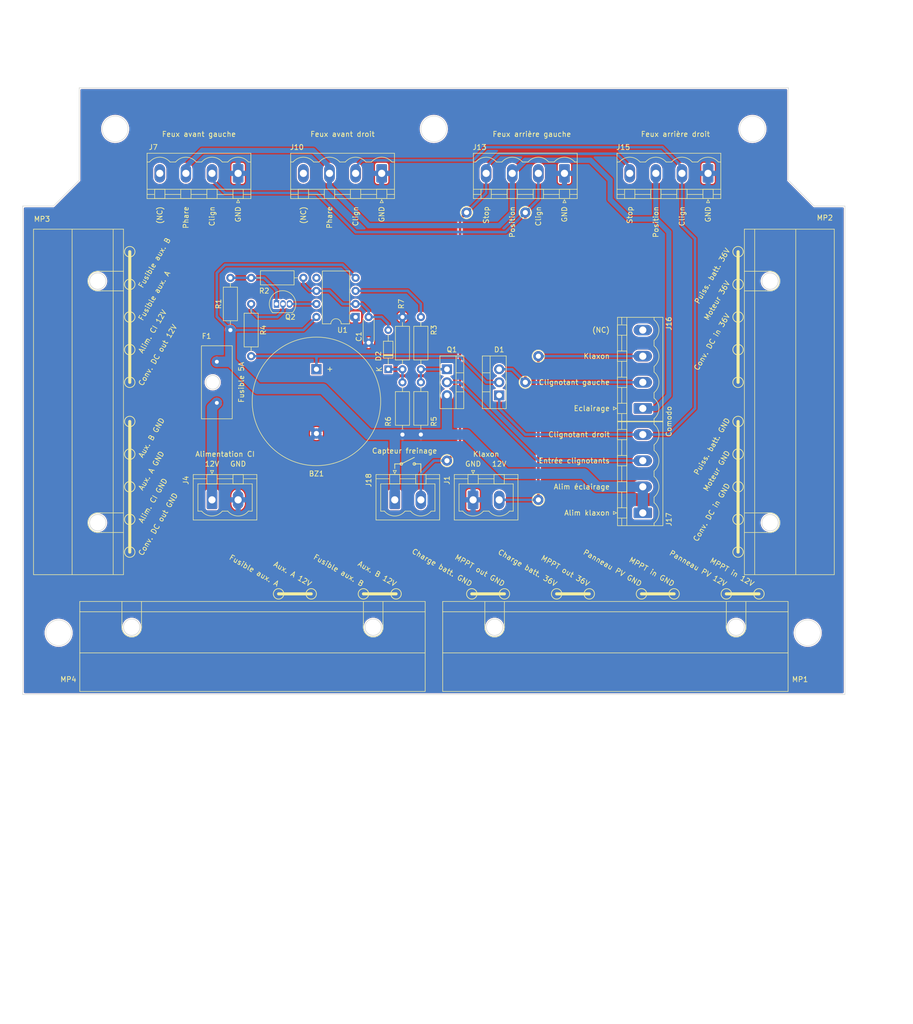
<source format=kicad_pcb>
(kicad_pcb (version 20211014) (generator pcbnew)

  (general
    (thickness 1.6)
  )

  (paper "A4")
  (layers
    (0 "F.Cu" signal)
    (31 "B.Cu" signal)
    (32 "B.Adhes" user "B.Adhesive")
    (33 "F.Adhes" user "F.Adhesive")
    (34 "B.Paste" user)
    (35 "F.Paste" user)
    (36 "B.SilkS" user "B.Silkscreen")
    (37 "F.SilkS" user "F.Silkscreen")
    (38 "B.Mask" user)
    (39 "F.Mask" user)
    (40 "Dwgs.User" user "User.Drawings")
    (41 "Cmts.User" user "User.Comments")
    (42 "Eco1.User" user "User.Eco1")
    (43 "Eco2.User" user "User.Eco2")
    (44 "Edge.Cuts" user)
    (45 "Margin" user)
    (46 "B.CrtYd" user "B.Courtyard")
    (47 "F.CrtYd" user "F.Courtyard")
    (48 "B.Fab" user)
    (49 "F.Fab" user)
    (50 "User.1" user)
    (51 "User.2" user)
    (52 "User.3" user)
    (53 "User.4" user)
    (54 "User.5" user)
    (55 "User.6" user)
    (56 "User.7" user)
    (57 "User.8" user)
    (58 "User.9" user)
  )

  (setup
    (stackup
      (layer "F.SilkS" (type "Top Silk Screen"))
      (layer "F.Paste" (type "Top Solder Paste"))
      (layer "F.Mask" (type "Top Solder Mask") (thickness 0.01))
      (layer "F.Cu" (type "copper") (thickness 0.035))
      (layer "dielectric 1" (type "core") (thickness 1.51) (material "FR4") (epsilon_r 4.5) (loss_tangent 0.02))
      (layer "B.Cu" (type "copper") (thickness 0.035))
      (layer "B.Mask" (type "Bottom Solder Mask") (thickness 0.01))
      (layer "B.Paste" (type "Bottom Solder Paste"))
      (layer "B.SilkS" (type "Bottom Silk Screen"))
      (copper_finish "None")
      (dielectric_constraints no)
    )
    (pad_to_mask_clearance 0)
    (pcbplotparams
      (layerselection 0x00010e0_ffffffff)
      (disableapertmacros false)
      (usegerberextensions false)
      (usegerberattributes true)
      (usegerberadvancedattributes true)
      (creategerberjobfile true)
      (svguseinch false)
      (svgprecision 6)
      (excludeedgelayer true)
      (plotframeref false)
      (viasonmask false)
      (mode 1)
      (useauxorigin false)
      (hpglpennumber 1)
      (hpglpenspeed 20)
      (hpglpendiameter 15.000000)
      (dxfpolygonmode true)
      (dxfimperialunits true)
      (dxfusepcbnewfont true)
      (psnegative false)
      (psa4output false)
      (plotreference true)
      (plotvalue true)
      (plotinvisibletext false)
      (sketchpadsonfab false)
      (subtractmaskfromsilk false)
      (outputformat 1)
      (mirror false)
      (drillshape 0)
      (scaleselection 1)
      (outputdirectory "")
    )
  )

  (net 0 "")
  (net 1 "GND")
  (net 2 "Net-(F1-Pad2)")
  (net 3 "Net-(D1-Pad1)")
  (net 4 "unconnected-(J7-Pad4)")
  (net 5 "unconnected-(J10-Pad4)")
  (net 6 "/Phares")
  (net 7 "Net-(J13-Pad4)")
  (net 8 "Net-(J1-Pad2)")
  (net 9 "/Flasher/Out")
  (net 10 "unconnected-(J17-Pad4)")
  (net 11 "/12V_5A")
  (net 12 "Net-(Q1-Pad1)")
  (net 13 "Net-(C1-Pad1)")
  (net 14 "Net-(D1-Pad3)")
  (net 15 "Net-(Q2-Pad1)")
  (net 16 "unconnected-(U1-Pad5)")
  (net 17 "Net-(Q2-Pad2)")
  (net 18 "/Flasher/Enable")
  (net 19 "Net-(Q2-Pad3)")
  (net 20 "Net-(R3-Pad1)")
  (net 21 "Net-(D2-Pad1)")

  (footprint "circuit:Wago_221-500_SplicingConnectorHolder" (layer "F.Cu") (at 94.615 85.09 90))

  (footprint "circuit:Buzzer_25x16_12.5" (layer "F.Cu") (at 137.16 78.74 -90))

  (footprint "circuit:Strap_D2.0mm_Drill1.0mm" (layer "F.Cu") (at 177.8 48.26))

  (footprint "circuit:Wago_221-500_SplicingConnectorHolder" (layer "F.Cu") (at 124.714 128.905 180))

  (footprint "circuit:Littelfuse_FuseHolder_FL1_178.6764.0001" (layer "F.Cu") (at 117.78 81.28 -90))

  (footprint "circuit:Generic_HeaderSocket_1x02_P5.08mm_Vertical_Open" (layer "F.Cu") (at 116.84 104.14))

  (footprint "Resistor_THT:R_Axial_DIN0207_L6.3mm_D2.5mm_P10.16mm_Horizontal" (layer "F.Cu") (at 157.48 68.58 -90))

  (footprint "circuit:Generic_HeaderSocket_1x04_P5.08mm_Vertical_Open" (layer "F.Cu") (at 185.42 40.64 180))

  (footprint "Package_DIP:DIP-8_W7.62mm" (layer "F.Cu") (at 144.78 68.58 180))

  (footprint "circuit:Strap_D2.0mm_Drill1.0mm" (layer "F.Cu") (at 177.8 81.28))

  (footprint "circuit:Strap_D2.0mm_Drill1.0mm" (layer "F.Cu") (at 180.34 104.14))

  (footprint "circuit:Generic_HeaderSocket_1x04_P5.08mm_Vertical_Open" (layer "F.Cu") (at 213.36 40.64 180))

  (footprint "Package_TO_SOT_THT:TO-220-3_Vertical" (layer "F.Cu") (at 172.72 83.82 90))

  (footprint "Package_TO_SOT_THT:TO-92L_Inline" (layer "F.Cu") (at 129.38 66.04))

  (footprint "circuit:Generic_HeaderSocket_1x04_P5.08mm_Vertical_Open" (layer "F.Cu") (at 121.92 40.64 180))

  (footprint "Resistor_THT:R_Axial_DIN0207_L6.3mm_D2.5mm_P10.16mm_Horizontal" (layer "F.Cu") (at 153.9 78.74 90))

  (footprint "circuit:Generic_HeaderSocket_1x04_P5.08mm_Vertical_Open" (layer "F.Cu") (at 200.66 106.68 90))

  (footprint "Resistor_THT:R_Axial_DIN0207_L6.3mm_D2.5mm_P10.16mm_Horizontal" (layer "F.Cu") (at 157.48 91.44 90))

  (footprint "circuit:Wago_221-500_SplicingConnectorHolder" (layer "F.Cu") (at 225.425 85.09 -90))

  (footprint "Resistor_THT:R_Axial_DIN0207_L6.3mm_D2.5mm_P10.16mm_Horizontal" (layer "F.Cu") (at 124.46 66.04 -90))

  (footprint "Resistor_THT:R_Axial_DIN0207_L6.3mm_D2.5mm_P10.16mm_Horizontal" (layer "F.Cu") (at 153.9 91.45 90))

  (footprint "circuit:Strap_D2.0mm_Drill1.0mm" (layer "F.Cu") (at 162.56 96.52))

  (footprint "Resistor_THT:R_Axial_DIN0207_L6.3mm_D2.5mm_P10.16mm_Horizontal" (layer "F.Cu") (at 120.42 71.12 90))

  (footprint "Resistor_THT:R_Axial_DIN0207_L6.3mm_D2.5mm_P10.16mm_Horizontal" (layer "F.Cu") (at 124.46 60.96))

  (footprint "circuit:Strap_D2.0mm_Drill1.0mm" (layer "F.Cu") (at 180.34 76.2))

  (footprint "Capacitor_THT:C_Disc_D4.3mm_W1.9mm_P5.00mm" (layer "F.Cu") (at 147.32 68.58 -90))

  (footprint "circuit:Strap_D2.0mm_Drill1.0mm" (layer "F.Cu") (at 166.37 48.26))

  (footprint "circuit:Generic_HeaderSocket_1x02_P5.08mm_Vertical_Open" (layer "F.Cu") (at 167.64 104.14))

  (footprint "circuit:Wago_221-500_SplicingConnectorHolder" (layer "F.Cu") (at 195.326 128.905 180))

  (footprint "circuit:Generic_HeaderSocket_1x02_P5.08mm_Vertical_Open" (layer "F.Cu") (at 152.4 104.14))

  (footprint "circuit:Generic_HeaderSocket_1x04_P5.08mm_Vertical_Open" (layer "F.Cu") (at 200.66 86.36 90))

  (footprint "Package_TO_SOT_THT:TO-220-3_Vertical" (layer "F.Cu") (at 162.56 78.74 -90))

  (footprint "circuit:Generic_HeaderSocket_1x04_P5.08mm_Vertical_Open" (layer "F.Cu") (at 149.86 40.64 180))

  (footprint "Diode_THT:D_DO-34_SOD68_P7.62mm_Horizontal" (layer "F.Cu") (at 151.13 78.74 90))

  (gr_circle (center 219.202 55.88) (end 219.202 56.896) (layer "F.SilkS") (width 0.15) (fill none) (tstamp 00cc452e-ba96-4e88-af55-18733b4ebc37))
  (gr_line (start 153.67 97.155) (end 156.21 95.885) (layer "F.SilkS") (width 0.15) (tstamp 037ebb6b-c1e3-482d-a0fb-4947fbe14174))
  (gr_circle (center 223.266 122.428) (end 224.282 122.428) (layer "F.SilkS") (width 0.15) (fill none) (tstamp 055fcf87-c6aa-4d3a-b430-5d09e34b74e5))
  (gr_circle (center 100.838 95.25) (end 100.838 96.266) (layer "F.SilkS") (width 0.15) (fill none) (tstamp 0b32eb5e-cf7d-4f91-a80b-b69cb363145f))
  (gr_circle (center 100.838 68.58) (end 100.838 69.596) (layer "F.SilkS") (width 0.15) (fill none) (tstamp 0d55e7a3-dc43-43c6-9a9a-2009d8d31a46))
  (gr_circle (center 219.202 114.3) (end 219.202 115.316) (layer "F.SilkS") (width 0.15) (fill none) (tstamp 0e0ef8f7-8f11-42c6-a45f-df3b4592f844))
  (gr_circle (center 100.838 88.9) (end 100.838 89.916) (layer "F.SilkS") (width 0.15) (fill none) (tstamp 1c60a30a-615f-448b-a49b-d8cc700366e8))
  (gr_circle (center 219.202 68.58) (end 219.202 69.596) (layer "F.SilkS") (width 0.15) (fill none) (tstamp 1eb217a3-880e-4df2-9811-286c14ac7f74))
  (gr_circle (center 100.838 62.23) (end 100.838 63.246) (layer "F.SilkS") (width 0.15) (fill none) (tstamp 21c33e54-0519-410a-b68d-8ed076ea3b1e))
  (gr_circle (center 219.202 107.95) (end 219.202 108.966) (layer "F.SilkS") (width 0.15) (fill none) (tstamp 22f715ec-100a-4c8e-ab3e-fe94307aa39f))
  (gr_line (start 152.4 97.155) (end 153.67 97.155) (layer "F.SilkS") (width 0.15) (tstamp 2665a517-cfa8-4700-85c7-f742ee9f908d))
  (gr_line (start 219.202 114.3) (end 219.202 88.9) (layer "F.SilkS") (width 0.6) (tstamp 267ab17e-424b-4c5b-bf96-65deaaa5db5d))
  (gr_line (start 167.386 122.428) (end 173.736 122.428) (layer "F.SilkS") (width 0.6) (tstamp 276e2239-1b6d-4c52-a207-9385ed3216ee))
  (gr_circle (center 200.406 122.428) (end 200.406 123.444) (layer "F.SilkS") (width 0.15) (fill none) (tstamp 30a29d66-4141-4259-8081-d6952d8bac58))
  (gr_line (start 152.4 98.044) (end 152.4 97.155) (layer "F.SilkS") (width 0.15) (tstamp 317163f5-2dcf-44f7-ad22-042c6ecaf6a0))
  (gr_circle (center 219.202 88.9) (end 219.202 89.916) (layer "F.SilkS") (width 0.15) (fill none) (tstamp 3415d0f1-a5ec-4da2-977b-59cdf177a34e))
  (gr_circle (center 153.67 97.155) (end 153.67 97.409) (layer "F.SilkS") (width 0.15) (fill none) (tstamp 3ba68855-4f8b-4d02-b57a-7a757e623ac6))
  (gr_line (start 157.48 98.806) (end 157.48 97.155) (layer "F.SilkS") (width 0.15) (tstamp 4884cbfa-0b58-4e04-88a2-8b0679a49cfe))
  (gr_circle (center 173.736 122.428) (end 174.752 122.428) (layer "F.SilkS") (width 0.15) (fill none) (tstamp 4ae8d5b6-ac5e-42d2-b8f3-c8cc021daa80))
  (gr_circle (center 100.838 74.93) (end 100.838 75.946) (layer "F.SilkS") (width 0.15) (fill none) (tstamp 51e3ee0a-facb-4db4-9532-340a50f8f1f2))
  (gr_circle (center 206.756 122.428) (end 207.772 122.428) (layer "F.SilkS") (width 0.15) (fill none) (tstamp 556aaf9d-07f6-43f6-8fc0-4e9785c941f1))
  (gr_circle (center 100.838 114.3) (end 100.838 115.316) (layer "F.SilkS") (width 0.15) (fill none) (tstamp 5bf0cce5-0f16-48e1-8027-73d52d0770a7))
  (gr_line (start 156.21 97.155) (end 157.48 97.155) (layer "F.SilkS") (width 0.15) (tstamp 64594d5f-3d87-4b12-b761-9dd43370d25f))
  (gr_line (start 100.838 114.3) (end 100.838 88.9) (layer "F.SilkS") (width 0.6) (tstamp 6880ab3e-a6aa-4a14-9152-a9eb9358d1fc))
  (gr_circle (center 152.654 122.428) (end 153.67 122.428) (layer "F.SilkS") (width 0.15) (fill none) (tstamp 6a0bff84-e9d8-41a3-aabe-ad4db7905799))
  (gr_circle (center 156.21 97.155) (end 156.21 97.409) (layer "F.SilkS") (width 0.15) (fill none) (tstamp 70832878-fccb-4304-88d0-2e6b8d58c95c))
  (gr_line (start 129.794 122.428) (end 136.144 122.428) (layer "F.SilkS") (width 0.6) (tstamp 762ff740-3b01-4bc8-872a-9874ec8e35e1))
  (gr_circle (center 219.202 74.93) (end 219.202 75.946) (layer "F.SilkS") (width 0.15) (fill none) (tstamp 82d429c8-e93d-4f0a-b38e-c4998fc025d4))
  (gr_circle (center 219.202 101.6) (end 219.202 102.616) (layer "F.SilkS") (width 0.15) (fill none) (tstamp 8c73b2a6-3a37-44e3-a20a-4d59420eda58))
  (gr_circle (center 136.144 122.428) (end 137.16 122.428) (layer "F.SilkS") (width 0.15) (fill none) (tstamp 8c76b169-ab5a-4294-b011-8cc6dbfede52))
  (gr_line (start 146.304 122.428) (end 152.654 122.428) (layer "F.SilkS") (width 0.6) (tstamp 91be0c4d-31d3-4e82-bf1f-77f12a0724d3))
  (gr_circle (center 100.838 81.28) (end 100.838 82.296) (layer "F.SilkS") (width 0.15) (fill none) (tstamp 92debe54-aa60-4d78-93c4-7bed450025c3))
  (gr_circle (center 183.896 122.428) (end 183.896 123.444) (layer "F.SilkS") (width 0.15) (fill none) (tstamp 9e269d91-7d17-4c00-b467-153271320d02))
  (gr_line (start 200.406 122.428) (end 206.756 122.428) (layer "F.SilkS") (width 0.6) (tstamp 9f5f49d5-5120-4673-b032-f8b828707780))
  (gr_circle (center 219.202 81.28) (end 219.202 82.296) (layer "F.SilkS") (width 0.15) (fill none) (tstamp ae522db0-de0e-46c6-a5db-2a3e5dc1e2c8))
  (gr_line (start 183.896 122.428) (end 190.246 122.428) (layer "F.SilkS") (width 0.6) (tstamp b9dd1e64-81b6-4cb3-a41a-714927a1f651))
  (gr_line (start 216.916 122.428) (end 223.266 122.428) (layer "F.SilkS") (width 0.6) (tstamp bd1578a3-4a14-4bd9-bd84-0de04e146746))
  (gr_line (start 219.202 81.28) (end 219.202 55.88) (layer "F.SilkS") (width 0.6) (tstamp c385224b-423f-40f8-919d-7bb5706505b4))
  (gr_circle (center 100.838 55.88) (end 100.838 56.896) (layer "F.SilkS") (width 0.15) (fill none) (tstamp c52275f8-949a-4fec-91e2-a5d4834b2abf))
  (gr_circle (center 190.246 122.428) (end 191.262 122.428) (layer "F.SilkS") (width 0.15) (fill none) (tstamp c623ebf3-b72b-47a6-99f0-44d878243028))
  (gr_circle (center 146.304 122.428) (end 146.304 123.444) (layer "F.SilkS") (width 0.15) (fill none) (tstamp d76ff1a7-35b0-4008-84bc-2c8ee966a14c))
  (gr_circle (center 219.202 95.25) (end 219.202 96.266) (layer "F.SilkS") (width 0.15) (fill none) (tstamp dd06bd11-c251-457b-b962-c3f96bc19116))
  (gr_circle (center 100.838 107.95) (end 100.838 108.966) (layer "F.SilkS") (width 0.15) (fill none) (tstamp e0a52752-2d8f-477c-9516-b9400a50c85b))
  (gr_line (start 100.838 81.28) (end 100.838 55.88) (layer "F.SilkS") (width 0.6) (tstamp e16a7896-6132-41a2-88b1-6a30824e02f1))
  (gr_circle (center 219.202 62.23) (end 219.202 63.246) (layer "F.SilkS") (width 0.15) (fill none) (tstamp e613b6cd-fa9d-4fee-b77c-739df61b24e7))
  (gr_circle (center 129.794 122.428) (end 129.794 123.444) (layer "F.SilkS") (width 0.15) (fill none) (tstamp ec541a50-51a5-45b4-bd93-6dc3c5da4675))
  (gr_circle (center 167.386 122.428) (end 167.386 123.444) (layer "F.SilkS") (width 0.15) (fill none) (tstamp f896295d-a092-487a-b396-fb2265acf685))
  (gr_circle (center 216.916 122.428) (end 216.916 123.444) (layer "F.SilkS") (width 0.15) (fill none) (tstamp f96da55c-37fd-441a-97cf-2faa4effb06f))
  (gr_circle (center 100.838 101.6) (end 100.838 102.616) (layer "F.SilkS") (width 0.15) (fill none) (tstamp ff786ef8-333e-498b-b6d9-09fa2cc3b86f))
  (gr_line (start 80 142) (end 240 142) (layer "Edge.Cuts") (width 0.1) (tstamp 0653d88d-1431-47ec-b679-ea373d096b5c))
  (gr_line (start 91 42) (end 86 47) (layer "Edge.Cuts") (width 0.1) (tstamp 20031590-d6a9-4d4d-aeb2-12d6c03d848d))
  (gr_line (start 80 47) (end 80 142) (layer "Edge.Cuts") (width 0.1) (tstamp 309b270e-f689-4205-9d34-2966e857793a))
  (gr_circle (center 87 130) (end 89.5 130) (layer "Edge.Cuts") (width 0.1) (fill none) (tstamp 43cf023a-673f-4b08-b14a-43b91729bb37))
  (gr_line (start 86 47) (end 80 47) (layer "Edge.Cuts") (width 0.1) (tstamp 67fc2518-2259-460f-b3b5-dc49255b47ce))
  (gr_circle (center 222 32) (end 224.5 32) (layer "Edge.Cuts") (width 0.1) (fill none) (tstamp 7c84e804-2669-48e9-8498-0ddf9cef9af0))
  (gr_line (start 240 142) (end 240 47) (layer "Edge.Cuts") (width 0.1) (tstamp 835448c7-ec80-4766-a6c1-a5a582a55684))
  (gr_circle (center 160 32) (end 162.5 32) (layer "Edge.Cuts") (width 0.1) (fill none) (tstamp 92154e08-d994-48f9-9e8c-d5dd06f6c221))
  (gr_circle (center 232.75 130) (end 235.25 130) (layer "Edge.Cuts") (width 0.1) (fill none) (tstamp b2b82a23-b42f-4ec9-8661-2a738d992aa5))
  (gr_line (start 229 42) (end 229 24) (layer "Edge.Cuts") (width 0.1) (tstamp bc28053b-c624-471c-bafd-fe221ed3a78b))
  (gr_line (start 240 47) (end 234 47) (layer "Edge.Cuts") (width 0.1) (tstamp dc7f8437-4519-40a8-853e-b8c64fff5080))
  (gr_line (start 234 47) (end 229 42) (layer "Edge.Cuts") (width 0.1) (tstamp df39f544-6a68-4dec-9837-3610e712e7fc))
  (gr_line (start 91 24) (end 91 42) (layer "Edge.Cuts") (width 0.1) (tstamp e7d07347-8f92-4757-b77d-096737c09350))
  (gr_circle (center 98 32) (end 100.5 32) (layer "Edge.Cuts") (width 0.1) (fill none) (tstamp ecd44fcf-7600-4862-8d5d-c0c911b04b7f))
  (gr_line (start 229 24) (end 91 24) (layer "Edge.Cuts") (width 0.1) (tstamp f1732b78-e412-478b-a411-26b6d186de6e))
  (gr_circle (center 87 155) (end 91.25 155) (layer "User.1") (width 0.15) (fill none) (tstamp 0f5c4b30-c0ff-4ea9-8609-d16608af6988))
  (gr_circle (center 135 32) (end 137.5 32) (layer "User.1") (width 0.15) (fill none) (tstamp 0f919cdd-a5f3-4b85-a8b8-f7065671d670))
  (gr_circle (center 87 155) (end 89.5 155) (layer "User.1") (width 0.15) (fill none) (tstamp 1187039d-a799-4aed-80bb-8527df2487de))
  (gr_line (start 242 43) (end 242 163) (layer "User.1") (width 0.15) (tstamp 1239a899-2d86-437c-a7c6-a45c750b797b))
  (gr_circle (center 232.75 105) (end 235.25 105) (layer "User.1") (width 0.15) (fill none) (tstamp 1a01cc57-ad0b-4768-9efd-187cae7f663b))
  (gr_line (start 90 21) (end 90 36) (layer "User.1") (width 0.15) (tstamp 1a205cc7-d510-4f63-9e52-660d5e978809))
  (gr_circle (center 87 105) (end 91.25 105) (layer "User.1") (width 0.15) (fill none) (tstamp 1a78e0d8-e7a6-4444-9d43-305bebf0cf56))
  (gr_circle (center 160 32) (end 162.5 32) (layer "User.1") (width 0.15) (fill none) (tstamp 264f73fc-8dd8-4ffe-b620-caf2bcdd322e))
  (gr_circle (center 222 32) (end 224.5 32) (layer "User.1") (width 0.15) (fill none) (tstamp 2b112852-55b9-41a2-a3ef-e24676023acd))
  (gr_circle (center 87 180) (end 91.25 180) (layer "User.1") (width 0.15) (fill none) (tstamp 4204a84a-3d76-439d-8018-f4a035974e78))
  (gr_circle (center 87 130) (end 91.25 130) (layer "User.1") (width 0.15) (fill none) (tstamp 44005962-93be-4e03-8c07-87281a28b9fb))
  (gr_line (start 83 43) (end 78 43) (layer "User.1") (width 0.15) (tstamp 48e1d1b8-ab30-404d-aefc-b1a414460db6))
  (gr_line (start 78 43) (end 78 188) (layer "User.1") (width 0.15) (tstamp 4a3f2107-acc7-4455-bbbc-54a90e7549f4))
  (gr_line (start 90 21) (end 230 21) (layer "User.1") (width 0.15) (tstamp 4f3a241b-e1fa-44ba-995d-472ab6a8a7da))
  (gr_circle (center 87 180) (end 89.5 180) (layer "User.1") (width 0.15) (fill none) (tstamp 5911e315-9086-4ea4-b100-a6cc3b412ae5))
  (gr_arc (start 90 36) (mid 87.949747 40.949747) (end 83 43) (layer "User.1") (width 0.15) (tstamp 62208b62-981d-42be-898b-3543ec11d659))
  (gr_circle (center 160 32) (end 164.25 32) (layer "User.1") (width 0.15) (fill none) (tstamp 658f95df-7b3b-48f7-be1d-684044b56f9f))
  (gr_line (start 230 21) (end 230 36) (layer "User.1") (width 0.15) (tstamp 6692528d-58f8-4b01-ac3c-7651e6ca5eea))
  (gr_circle (center 232.75 80) (end 235.25 80) (layer "User.1") (width 0.15) (fill none) (tstamp 75826842-2327-4882-af6a-114172afc13b))
  (gr_circle (center 232.75 155) (end 235.25 155) (layer "User.1") (width 0.15) (fill none) (tstamp 8dccfcf9-b88f-41aa-b66b-945685b832c3))
  (gr_circle (center 87 80) (end 91.25 80) (layer "User.1") (width 0.15) (fill none) (tstamp a741b79d-ac66-48a9-a0da-f739ddfced6a))
  (gr_circle (center 185 32) (end 187.5 32) (layer "User.1") (width 0.15) (fill none) (tstamp aac84f6c-2493-4c35-9477-e988a1ece973))
  (gr_circle (center 98 32) (end 100.5 32) (layer "User.1") (width 0.15) (fill none) (tstamp ae61a4b0-e515-44a3-92b6-f5d1dcc89944))
  (gr_circle (center 98 32) (end 102.25 32) (layer "User.1") (width 0.15) (fill none) (tstamp b09ec139-0651-49b2-a3a3-6395ebbac469))
  (gr_circle (center 87 105) (end 89.5 105) (layer "User.1") (width 0.15) (fill none) (tstamp b12fbd96-ec89-40f3-8ea6-7be107c04398))
  (gr_line (start 160 7) (end 160 206) (layer "User.1") (width 0.15) (tstamp b6eb511e-f5bb-477b-b69e-50bd8fb100ce))
  (gr_circle (center 232.75 130) (end 235.25 130) (layer "User.1") (width 0.15) (fill none) (tstamp c1525c32-1058-4cf5-aa1a-e138a5a4b5b2))
  (gr_line (start 237 43) (end 242 43) (layer "User.1") (width 0.15) (tstamp c73c8e13-2851-4594-a8a7-840c2e0784c7))
  (gr_circle (center 87 130) (end 89.5 130) (layer "User.1") (width 0.15) (fill none) (tstamp d113f4b7-e73f-41bc-816a-0266cd4f8b6f))
  (gr_circle (center 232.75 130) (end 237 130) (layer "User.1") (width 0.15) (fill none) (tstamp d1e346f7-67b2-4e96-9643-bb89e93d9347))
  (gr_circle (center 232.75 155) (end 237 155) (layer "User.1") (width 0.15) (fill none) (tstamp d60b1a57-bfdf-46a1-9f32-9d7351a4f600))
  (gr_circle (center 222 32) (end 226.25 32) (layer "User.1") (width 0.15) (fill none) (tstamp dd04b9a4-26a8-441a-adfc-8ac57ccb3efe))
  (gr_circle (center 185 32) (end 189.25 32) (layer "User.1") (width 0.15) (fill none) (tstamp e1049270-13c8-4f71-b883-047d43869287))
  (gr_arc (start 237 43) (mid 232.050253 40.949747) (end 230 36) (layer "User.1") (width 0.15) (tstamp e18936a6-6e7e-40af-b712-e6e714d4b524))
  (gr_circle (center 232.75 105) (end 237 105) (layer "User.1") (width 0.15) (fill none) (tstamp e7ec4d15-a00e-4bef-8318-ce0ae032ba25))
  (gr_circle (center 232.75 80) (end 237 80) (layer "User.1") (width 0.15) (fill none) (tstamp f31eeece-87f6-4d1e-9a52-ea66eb6c03be))
  (gr_circle (center 87 80) (end 89.5 80) (layer "User.1") (width 0.15) (fill none) (tstamp f42b4609-f3c3-4d9e-9563-fbe07d08a488))
  (gr_circle (center 135 32) (end 139.25 32) (layer "User.1") (width 0.15) (fill none) (tstamp f52d5de7-6b32-4026-b1e0-77dc04b7263d))
  (gr_text "Entrée clignotants" (at 194.31 96.52) (layer "F.SilkS") (tstamp 009327c0-15ee-46e8-892a-58efec518749)
    (effects (font (size 1 1) (thickness 0.15)) (justify right))
  )
  (gr_text "Puiss. batt. 36V" (at 217.297 55.245 60) (layer "F.SilkS") (tstamp 0179d269-e1dc-4937-a3ba-dc7abdc5a4b8)
    (effects (font (size 1 1) (thickness 0.15)) (justify right))
  )
  (gr_text "Capteur freinage" (at 154.305 94.615) (layer "F.SilkS") (tstamp 10f0e3a0-addc-4d65-a2d4-724846e23a5f)
    (effects (font (size 1 1) (thickness 0.15)))
  )
  (gr_text "MPPT in GND" (at 206.756 120.65 330) (layer "F.SilkS") (tstamp 12b35428-8b71-4e7d-bfce-e55e30306b03)
    (effects (font (size 1 1) (thickness 0.15)) (justify right))
  )
  (gr_text "GND" (at 167.64 97.155) (layer "F.SilkS") (tstamp 12d9dba3-877d-4c21-a5de-a6d93121bc35)
    (effects (font (size 1 1) (thickness 0.15)))
  )
  (gr_text "MPPT out 36V" (at 190.246 120.65 330) (layer "F.SilkS") (tstamp 13bbd547-101b-46f3-94a0-1df1740595c5)
    (effects (font (size 1 1) (thickness 0.15)) (justify right))
  )
  (gr_text "Fusible 5A" (at 122.555 81.28 90) (layer "F.SilkS") (tstamp 1544f11d-aee5-4f7d-8a2a-3a2ade2a123d)
    (effects (font (size 1 1) (thickness 0.15)))
  )
  (gr_text "Klaxon" (at 170.18 95.25) (layer "F.SilkS") (tstamp 181f8ef5-8c40-480c-9ede-6f3c7b5ce2ff)
    (effects (font (size 1 1) (thickness 0.15)))
  )
  (gr_text "GND" (at 121.92 97.155) (layer "F.SilkS") (tstamp 184e2e09-0552-4371-9e84-9ca65c6d6146)
    (effects (font (size 1 1) (thickness 0.15)))
  )
  (gr_text "Charge batt. 36V" (at 183.896 120.65 330) (layer "F.SilkS") (tstamp 2069bd85-f5ab-4eeb-82ac-ac9ee9e228da)
    (effects (font (size 1 1) (thickness 0.15)) (justify right))
  )
  (gr_text "Aux. A 12V" (at 136.144 120.65 330) (layer "F.SilkS") (tstamp 21b0bf50-46d5-4c49-8311-ed3f6264e51e)
    (effects (font (size 1 1) (thickness 0.15)) (justify right))
  )
  (gr_text "MPPT out GND" (at 173.736 120.65 330) (layer "F.SilkS") (tstamp 29a589e5-3dc9-406d-8d03-2e70186b2e09)
    (effects (font (size 1 1) (thickness 0.15)) (justify right))
  )
  (gr_text "Clignotant droit" (at 194.31 91.44) (layer "F.SilkS") (tstamp 29d90419-1132-4a2b-970e-b0eccfab1cf9)
    (effects (font (size 1 1) (thickness 0.15)) (justify right))
  )
  (gr_text "GND" (at 121.92 46.99 90) (layer "F.SilkS") (tstamp 2c926ee1-e3c9-40cf-95b9-6c82dc648463)
    (effects (font (size 1 1) (thickness 0.15)) (justify right))
  )
  (gr_text "GND" (at 149.86 46.99 90) (layer "F.SilkS") (tstamp 33c457be-7434-4972-9b74-59a2a75dfe1f)
    (effects (font (size 1 1) (thickness 0.15)) (justify right))
  )
  (gr_text "12V" (at 172.72 97.155) (layer "F.SilkS") (tstamp 3464ffab-61f6-4506-aa32-74780900afde)
    (effects (font (size 1 1) (thickness 0.15)))
  )
  (gr_text "Conv. DC in GND" (at 217.297 100.965 60) (layer "F.SilkS") (tstamp 354f4214-25cc-4c1c-af90-691b93e325f6)
    (effects (font (size 1 1) (thickness 0.15)) (justify right))
  )
  (gr_text "Fusible aux. B" (at 146.304 120.65 330) (layer "F.SilkS") (tstamp 36a31b89-4d85-42e0-a55c-c839a34f9025)
    (effects (font (size 1 1) (thickness 0.15)) (justify right))
  )
  (gr_text "Fusible aux. A" (at 129.794 120.65 330) (layer "F.SilkS") (tstamp 39e7c3a6-7728-4532-abb1-94c7cefee84c)
    (effects (font (size 1 1) (thickness 0.15)) (justify right))
  )
  (gr_text "Conv. DC out 12V" (at 102.87 81.915 60) (layer "F.SilkS") (tstamp 4430018d-167b-42c4-88a6-aec09ab96fc1)
    (effects (font (size 1 1) (thickness 0.15)) (justify left))
  )
  (gr_text "Feux avant gauche" (at 114.3 33.02) (layer "F.SilkS") (tstamp 479e96c7-febe-46ff-b0f9-4ff5069df68d)
    (effects (font (size 1 1) (thickness 0.15)))
  )
  (gr_text "Feux arrière gauche" (at 179.07 33.02) (layer "F.SilkS") (tstamp 5050200a-ec68-42b1-b377-093dec82d41a)
    (effects (font (size 1 1) (thickness 0.15)))
  )
  (gr_text "Clign" (at 180.34 46.99 90) (layer "F.SilkS") (tstamp 5a15157a-7512-4e5c-84d4-469b0cf5e59f)
    (effects (font (size 1 1) (thickness 0.15)) (justify right))
  )
  (gr_text "Clignotant gauche" (at 194.31 81.28) (layer "F.SilkS") (tstamp 5fdd986d-182f-4920-a3f2-bb498f06298c)
    (effects (font (size 1 1) (thickness 0.15)) (justify right))
  )
  (gr_text "Panneau PV GND" (at 200.406 120.65 330) (layer "F.SilkS") (tstamp 61f9941f-5166-4352-a2f2-5b11a6cad889)
    (effects (font (size 1 1) (thickness 0.15)) (justify right))
  )
  (gr_text "Alim. CI 12V" (at 102.87 75.565 60) (layer "F.SilkS") (tstamp 65a57779-4789-40b5-bd5a-fe715e8093a8)
    (effects (font (size 1 1) (thickness 0.15)) (justify left))
  )
  (gr_text "12V" (at 116.84 97.155) (layer "F.SilkS") (tstamp 67d847b8-f92c-4347-addf-84d787c4ca95)
    (effects (font (size 1 1) (thickness 0.15)))
  )
  (gr_text "Aux. B GND" (at 102.87 95.885 60) (layer "F.SilkS") (tstamp 6eff0d18-74e4-4ad2-b719-69c3c845f121)
    (effects (font (size 1 1) (thickness 0.15)) (justify left))
  )
  (gr_text "Clign" (at 208.28 46.99 90) (layer "F.SilkS") (tstamp 700b58be-56ba-4cb7-a015-f3877f13d200)
    (effects (font (size 1 1) (thickness 0.15)) (justify right))
  )
  (gr_text "Alim. CI GND" (at 102.87 108.585 60) (layer "F.SilkS") (tstamp 71182d09-709a-47f7-b7f3-dac75ae64276)
    (effects (font (size 1 1) (thickness 0.15)) (justify left))
  )
  (gr_text "Charge batt. GND" (at 167.386 120.65 330) (layer "F.SilkS") (tstamp 714110b5-09b5-4edb-8143-6d8636562c61)
    (effects (font (size 1 1) (thickness 0.15)) (justify right))
  )
  (gr_text "Stop" (at 170.18 46.99 90) (layer "F.SilkS") (tstamp 722c265d-2783-4131-9fa5-c3608639bdec)
    (effects (font (size 1 1) (thickness 0.15)) (justify right))
  )
  (gr_text "Aux. A GND" (at 102.87 102.235 60) (layer "F.SilkS") (tstamp 7672544e-9c7f-4530-bed9-ccbf1fc792e2)
    (effects (font (size 1 1) (thickness 0.15)) (justify left))
  )
  (gr_text "(NC)" (at 134.62 46.99 90) (layer "F.SilkS") (tstamp 81670fe2-cb26-430f-b727-4812bc9dcec2)
    (effects (font (size 1 1) (thickness 0.15)) (justify right))
  )
  (gr_text "Clign" (at 144.78 46.99 90) (layer "F.SilkS") (tstamp 85a06cc9-afdf-41f7-b124-edeaa893efac)
    (effects (font (size 1 1) (thickness 0.15)) (justify right))
  )
  (gr_text "Clign" (at 116.84 46.99 90) (layer "F.SilkS") (tstamp 8e752887-0b98-4c6b-b65f-b332ae9a9362)
    (effects (font (size 1 1) (thickness 0.15)) (justify right))
  )
  (gr_text "Feux arrière droit" (at 207.01 33.02) (layer "F.SilkS") (tstamp 922a98d4-aa77-4c67-b89f-e480c6ae99db)
    (effects (font (size 1 1) (thickness 0.15)))
  )
  (gr_text "Fusible aux. A" (at 102.87 69.215 60) (layer "F.SilkS") (tstamp 93c27926-85d0-4404-b295-380ef1e37ac5)
    (effects (font (size 1 1) (thickness 0.15)) (justify left))
  )
  (gr_text "Position" (at 175.26 46.99 90) (layer "F.SilkS") (tstamp 9403f260-da8c-45a7-9c0e-fdad94d66a10)
    (effects (font (size 1 1) (thickness 0.15)) (justify right))
  )
  (gr_text "Phare" (at 139.7 46.99 90) (layer "F.SilkS") (tstamp 94258d65-465f-472b-ac8e-490f605ed077)
    (effects (font (size 1 1) (thickness 0.15)) (justify right))
  )
  (gr_text "Moteur GND" (at 217.297 94.615 60) (layer "F.SilkS") (tstamp 9a6087f4-bc8b-43cd-8846-40fb689372eb)
    (effects (font (size 1 1) (thickness 0.15)) (justify right))
  )
  (gr_text "Alim éclairage" (at 194.31 101.6) (layer "F.SilkS") (tstamp ac9c7750-93d2-41f0-97bd-67093134d658)
    (effects (font (size 1 1) (thickness 0.15)) (justify right))
  )
  (gr_text "MPPT in 12V" (at 222.25 120.65 330) (layer "F.SilkS") (tstamp ae97602b-c29e-4540-95a0-a90ab7fb8a31)
    (effects (font (size 1 1) (thickness 0.15)) (justify right))
  )
  (gr_text "Feux avant droit" (at 142.24 33.02) (layer "F.SilkS") (tstamp b2f15d2e-8ab4-4101-9c07-858be9e8e3b8)
    (effects (font (size 1 1) (thickness 0.15)))
  )
  (gr_text "Eclairage" (at 194.31 86.36) (layer "F.SilkS") (tstamp be57702c-5815-47a9-b9b9-e783c8223dc9)
    (effects (font (size 1 1) (thickness 0.15)) (justify right))
  )
  (gr_text "Phare" (at 111.76 46.99 90) (layer "F.SilkS") (tstamp bf17cf21-f1a8-4a6b-80a7-084e7c3b2eb1)
    (effects (font (size 1 1) (thickness 0.15)) (justify right))
  )
  (gr_text "Panneau PV 12V" (at 216.916 120.65 330) (layer "F.SilkS") (tstamp c002088f-cfde-4354-822c-968e274e8262)
    (effects (font (size 1 1) (thickness 0.15)) (justify right))
  )
  (gr_text "Stop" (at 198.12 46.99 90) (layer "F.SilkS") (tstamp c097cb44-de61-4987-b402-80ee892def3d)
    (effects (font (size 1 1) (thickness 0.15)) (justify right))
  )
  (gr_text "Moteur 36V" (at 217.297 61.595 60) (layer "F.SilkS") (tstamp c343e982-c378-429e-a351-6bb7a503e83b)
    (effects (font (size 1 1) (thickness 0.15)) (justify right))
  )
  (gr_text "(NC)" (at 194.31 71.12) (layer "F.SilkS") (tstamp c37607ba-c9a9-4b49-9c6b-40e258059f1a)
    (effects (font (size 1 1) (thickness 0.15)) (justify right))
  )
  (gr_text "Klaxon" (at 194.31 76.2) (layer "F.SilkS") (tstamp c62e4f50-4d66-4232-b6e1-c4686e60ff45)
    (effects (font (size 1 1) (thickness 0.15)) (justify right))
  )
  (gr_text "Alimentation CI" (at 119.38 95.25) (layer "F.SilkS") (tstamp d185276d-52f9-43b2-b205-1ad3d64318ab)
    (effects (font (size 1 1) (thickness 0.15)))
  )
  (gr_text "Conv. DC in 36V" (at 217.297 67.945 60) (layer "F.SilkS") (tstamp d6b3a406-6bda-477d-9ab9-2d46febf82b0)
    (effects (font (size 1 1) (thickness 0.15)) (justify right))
  )
  (gr_text "Alim klaxon" (at 194.31 106.68) (layer "F.SilkS") (tstamp d6dba4b6-cc89-47bc-8a8e-f65dc0b05f49)
    (effects (font (size 1 1) (thickness 0.15)) (justify right))
  )
  (gr_text "Conv. DC out GND" (at 102.87 114.935 60) (layer "F.SilkS") (tstamp d76d4d60-7c6c-4800-9139-422dfceee3ab)
    (effects (font (size 1 1) (thickness 0.15)) (justify left))
  )
  (gr_text "Position" (at 203.2 46.99 90) (layer "F.SilkS") (tstamp d996caa2-9490-43a7-b6d5-be6ef90f2813)
    (effects (font (size 1 1) (thickness 0.15)) (justify right))
  )
  (gr_text "Fusible aux. B" (at 102.87 62.865 60) (layer "F.SilkS") (tstamp dab41d0b-79b2-4449-b22f-6c5c4e5e953e)
    (effects (font (size 1 1) (thickness 0.15)) (justify left))
  )
  (gr_text "Comodo" (at 205.74 88.9 90) (layer "F.SilkS") (tstamp dbb9f5e6-2e8f-4c85-afe4-940d2c33e0c6)
    (effects (font (size 1 1) (thickness 0.15)))
  )
  (gr_text "(NC)" (at 106.68 46.99 90) (layer "F.SilkS") (tstamp e6c921ac-e5b4-4c56-a84a-39691a60427d)
    (effects (font (size 1 1) (thickness 0.15)) (justify right))
  )
  (gr_text "GND" (at 213.36 46.99 90) (layer "F.SilkS") (tstamp f06d498b-d592-47e6-b472-036a273bf9fc)
    (effects (font (size 1 1) (thickness 0.15)) (justify right))
  )
  (gr_text "Puiss. batt. GND" (at 217.297 88.265 60) (layer "F.SilkS") (tstamp f2a68f75-7097-4d14-aa83-0930ed3879c2)
    (effects (font (size 1 1) (thickness 0.15)) (justify right))
  )
  (gr_text "Aux. B 12V" (at 152.654 120.65 330) (layer "F.SilkS") (tstamp f5ae01be-f92f-46e1-93d8-12890137dba7)
    (effects (font (size 1 1) (thickness 0.15)) (justify right))
  )
  (gr_text "GND" (at 185.42 46.99 90) (layer "F.SilkS") (tstamp f9a58e77-e2ef-4d43-91c6-174b5c2ccb7e)
    (effects (font (size 1 1) (thickness 0.15)) (justify right))
  )
  (dimension (type aligned) (layer "User.1") (tstamp 0035fa16-c9af-4d2c-a2ef-033a86cc4bcf)
    (pts (xy 80 141) (xy 240 141))
    (height 6.999999)
    (gr_text "160.0000 mm" (at 160 146.849999) (layer "User.1") (tstamp 0035fa16-c9af-4d2c-a2ef-033a86cc4bcf)
      (effects (font (size 1 1) (thickness 0.15)))
    )
    (format (units 3) (units_format 1) (precision 4))
    (style (thickness 0.15) (arrow_length 1.27) (text_position_mode 0) (extension_height 0.58642) (extension_offset 0.5) keep_text_aligned)
  )
  (dimension (type aligned) (layer "User.1") (tstamp 03426b10-ad1d-4288-bae0-a6ccecdb1952)
    (pts (xy 229 142) (xy 229 24))
    (height 20)
    (gr_text "118.0000 mm" (at 247.85 83 90) (layer "User.1") (tstamp 03426b10-ad1d-4288-bae0-a6ccecdb1952)
      (effects (font (size 1 1) (thickness 0.15)))
    )
    (format (units 3) (units_format 1) (precision 4))
    (style (thickness 0.15) (arrow_length 1.27) (text_position_mode 0) (extension_height 0.58642) (extension_offset 0.5) keep_text_aligned)
  )

  (segment (start 116.84 86.22) (end 117.78 85.28) (width 2.032) (layer "B.Cu") (net 2) (tstamp 5c00ef32-89e2-4b31-b097-14aee8989fe3))
  (segment (start 116.84 104.14) (end 116.84 86.22) (width 2.032) (layer "B.Cu") (net 2) (tstamp bbbcfb12-5a4f-4946-9dfa-822d6c963ee0))
  (segment (start 146.05 38.1) (end 144.78 39.37) (width 0.508) (layer "B.Cu") (net 3) (tstamp 04213d8c-59ae-4ba6-807d-f7419337461d))
  (segment (start 208.28 39.37) (end 204.47 35.56) (width 0.508) (layer "B.Cu") (net 3) (tstamp 22bd0f89-2a9a-4a54-838d-d59f71be5b6a))
  (segment (start 210.82 86.36) (end 210.82 53.34) (width 0.508) (layer "B.Cu") (net 3) (tstamp 2db0d808-11dd-4c43-8079-0f7a16535e85))
  (segment (start 200.66 91.44) (end 205.74 91.44) (width 0.508) (layer "B.Cu") (net 3) (tstamp 44cf37a4-6091-430a-a5f3-92795cd23829))
  (segment (start 204.47 35.56) (end 170.18 35.56) (width 0.508) (layer "B.Cu") (net 3) (tstamp 54eb1383-8677-43f1-b6cb-1d5f82ea4b09))
  (segment (start 172.72 86.36) (end 177.8 91.44) (width 0.508) (layer "B.Cu") (net 3) (tstamp 5b587f90-2ad8-407c-9476-dfad5d3d8252))
  (segment (start 208.28 50.8) (end 208.28 40.64) (width 0.508) (layer "B.Cu") (net 3) (tstamp 8fa46372-5373-4519-903c-f7451bf40086))
  (segment (start 172.72 86.36) (end 172.72 83.82) (width 0.508) (layer "B.Cu") (net 3) (tstamp a692b0f7-add8-4118-ae2f-a8afd0a941ca))
  (segment (start 200.66 91.44) (end 177.8 91.44) (width 0.508) (layer "B.Cu") (net 3) (tstamp d02ee71b-f32a-4785-b7c1-5c1bfa3a05ae))
  (segment (start 205.74 91.44) (end 210.82 86.36) (width 0.508) (layer "B.Cu") (net 3) (tstamp d3e0b05c-d72e-4f9e-b4ed-91b514033f69))
  (segment (start 167.64 38.1) (end 146.05 38.1) (width 0.508) (layer "B.Cu") (net 3) (tstamp d633d7b8-80a2-4494-8638-71b280229d98))
  (segment (start 170.18 35.56) (end 167.64 38.1) (width 0.508) (layer "B.Cu") (net 3) (tstamp e63fb9e0-febf-479a-8634-5d4db20e9685))
  (segment (start 210.82 53.34) (end 208.28 50.8) (width 0.508) (layer "B.Cu") (net 3) (tstamp ff77ffbd-5cfe-425e-86a2-5b1e94bbef99))
  (segment (start 194.31 44.45) (end 194.31 41.91) (width 1.016) (layer "B.Cu") (net 6) (tstamp 136e7adb-24de-40e4-a08f-a71f87db3273))
  (segment (start 198.12 49.53) (end 194.31 45.72) (width 1.016) (layer "B.Cu") (net 6) (tstamp 2662ea01-6fbd-4f2d-a0a0-644c1791e8f3))
  (segment (start 139.7 40.64) (end 139.7 43.18) (width 1.016) (layer "B.Cu") (net 6) (tstamp 2b17873e-7437-4280-a529-9606d90c1d62))
  (segment (start 114.935 36.195) (end 111.76 39.37) (width 1.016) (layer "B.Cu") (net 6) (tstamp 3d5501c3-d436-46c6-b336-e7478f6a83a8))
  (segment (start 139.7 43.18) (end 147.32 50.8) (width 1.016) (layer "B.Cu") (net 6) (tstamp 52491663-961e-46c8-93a4-3dc8f25dda6d))
  (segment (start 175.26 48.26) (end 175.26 40.64) (width 1.016) (layer "B.Cu") (net 6) (tstamp 54c9c50e-74ef-4e83-893e-4573741295be))
  (segment (start 203.2 86.36) (end 205.74 83.82) (width 1.016) (layer "B.Cu") (net 6) (tstamp 6774140c-9a0c-4615-b386-eb35be025a0a))
  (segment (start 187.96 38.1) (end 190.5 38.1) (width 1.016) (layer "B.Cu") (net 6) (tstamp 88015b4e-075e-42b1-af65-7d9184e71205))
  (segment (start 172.72 50.8) (end 175.26 48.26) (width 1.016) (layer "B.Cu") (net 6) (tstamp 889f7256-524b-49dc-8fe5-e18d3f50fbac))
  (segment (start 203.2 49.53) (end 198.12 49.53) (width 1.016) (layer "B.Cu") (net 6) (tstamp 8ca85959-c585-4636-8e94-211ed30eed30))
  (segment (start 203.2 49.53) (end 203.2 39.37) (width 1.016) (layer "B.Cu") (net 6) (tstamp 8f95b7ff-5c40-410e-8fcc-a6c2474a9457))
  (segment (start 147.32 50.8) (end 172.72 50.8) (width 1.016) (layer "B.Cu") (net 6) (tstamp ac38ed15-20e0-4977-97b2-637a87251502))
  (segment (start 177.8 38.1) (end 187.96 38.1) (width 1.016) (layer "B.Cu") (net 6) (tstamp b3022b08-8fe2-4757-8090-2eeedbfa64e4))
  (segment (start 136.525 36.195) (end 114.935 36.195) (width 1.016) (layer "B.Cu") (net 6) (tstamp b591f126-4fe3-4834-8399-93bbc4d6fc43))
  (segment (start 190.5 38.1) (end 194.31 41.91) (width 1.016) (layer "B.Cu") (net 6) (tstamp c30962ea-f116-4a11-a534-f0c5c3023b4c))
  (segment (start 194.31 45.72) (end 194.31 44.45) (width 1.016) (layer "B.Cu") (net 6) (tstamp d502e058-2121-4fff-a06f-6df6c2f5b0b4))
  (segment (start 175.26 40.64) (end 177.8 38.1) (width 1.016) (layer "B.Cu") (net 6) (tstamp e2bb828a-feca-4a21-ae95-becd41e897d5))
  (segment (start 139.7 39.37) (end 136.525 36.195) (width 1.016) (layer "B.Cu") (net 6) (tstamp e49662c9-68a1-4ca9-beb9-4bc781367078))
  (segment (start 205.74 52.07) (end 203.2 49.53) (width 1.016) (layer "B.Cu") (net 6) (tstamp e85e19ec-d881-433c-aa7c-a3e4a463b4bb))
  (segment (start 200.66 86.36) (end 203.2 86.36) (width 1.016) (layer "B.Cu") (net 6) (tstamp f03355a0-66a5-46ba-a49c-00b2db935e2e))
  (segment (start 205.74 52.07) (end 205.74 83.82) (width 1.016) (layer "B.Cu") (net 6) (tstamp f6c82224-fb05-40e0-b31c-e223e3769c05))
  (segment (start 165.1 49.53) (end 166.37 48.26) (width 0.508) (layer "F.Cu") (net 7) (tstamp 0b76fd9d-076f-4deb-bdbd-2210d8b01d66))
  (segment (start 162.56 96.52) (end 165.1 93.98) (width 0.508) (layer "F.Cu") (net 7) (tstamp 98a3dcb1-04bd-4be7-bc87-5cde14c5830f))
  (segment (start 165.1 93.98) (end 165.1 49.53) (width 0.508) (layer "F.Cu") (net 7) (tstamp edbd9de4-f583-4afe-9fd7-af184ad25760))
  (segment (start 170.18 44.45) (end 170.18 40.64) (width 0.508) (layer "B.Cu") (net 7) (tstamp 2544ab90-702a-4571-baca-20aad00ca95b))
  (segment (start 195.58 36.83) (end 172.72 36.83) (width 0.508) (layer "B.Cu") (net 7) (tstamp 2f7a65ea-c29d-471b-8a76-f3defab37a87))
  (segment (start 198.12 39.37) (end 195.58 36.83) (width 0.508) (layer "B.Cu") (net 7) (tstamp 514744ec-c715-479f-a10c-a056c30aa657))
  (segment (start 157.48 104.14) (end 157.48 99.06) (width 0.508) (layer "B.Cu") (net 7) (tstamp a1104868-2d82-4b80-9223-b93dbd0f3aa8))
  (segment (start 166.37 48.26) (end 170.18 44.45) (width 0.508) (layer "B.Cu") (net 7) (tstamp aaf085b3-6514-49d2-8ae3-b803085a48d6))
  (segment (start 172.72 36.83) (end 170.18 39.37) (width 0.508) (layer "B.Cu") (net 7) (tstamp c4dfaf8e-1a46-46f8-b3de-23d31c09d1df))
  (segment (start 160.02 96.52) (end 162.56 96.52) (width 0.508) (layer "B.Cu") (net 7) (tstamp c4f029d7-7d53-49f5-b580-7aab1eb73184))
  (segment (start 157.48 99.06) (end 160.02 96.52) (width 0.508) (layer "B.Cu") (net 7) (tstamp dd54f6a5-27ae-4b4b-8e0a-717c2b7f4801))
  (segment (start 180.34 104.14) (end 180.34 76.2) (width 0.508) (layer "F.Cu") (net 8) (tstamp d36c7ace-cd88-4ba1-8b62-d4fd20b45df7))
  (segment (start 172.72 104.14) (end 180.34 104.14) (width 0.508) (layer "B.Cu") (net 8) (tstamp 65792217-74d9-4125-94a1-cd04d3a182c0))
  (segment (start 180.34 76.2) (end 200.66 76.2) (width 0.508) (layer "B.Cu") (net 8) (tstamp 874c3ad9-c635-42f6-803b-f251bb60d266))
  (segment (start 180.34 96.52) (end 200.66 96.52) (width 0.508) (layer "B.Cu") (net 9) (tstamp 107a0ae7-71cb-48ec-8093-42c100918039))
  (segment (start 162.56 81.28) (end 165.1 81.28) (width 0.508) (layer "B.Cu") (net 9) (tstamp 217529c4-552a-458a-92c7-c771b770a2f2))
  (segment (start 165.1 81.28) (end 180.34 96.52) (width 0.508) (layer "B.Cu") (net 9) (tstamp cac6af1a-a951-4b42-a3c5-127b4f03477f))
  (segment (start 119.38 58.42) (end 142.24 58.42) (width 0.508) (layer "B.Cu") (net 11) (tstamp 0bbddc3c-6072-4d58-a8fc-ca1bf718c0f2))
  (segment (start 120.38 77.28) (end 120.42 77.24) (width 2.032) (layer "B.Cu") (net 11) (tstamp 0c3a48c2-dd38-4ceb-b526-59620e69d231))
  (segment (start 142.24 58.42) (end 144.78 60.96) (width 0.508) (layer "B.Cu") (net 11) (tstamp 271c2193-425e-4f4f-b6ba-d11a5377eac9))
  (segment (start 166.37 91.44) (end 173.99 99.06) (width 2.032) (layer "B.Cu") (net 11) (tstamp 38218db1-222a-47b2-988e-31b304c7afe2))
  (segment (start 120.42 71.12) (end 117.78 68.48) (width 0.508) (layer "B.Cu") (net 11) (tstamp 3a87861e-ed2f-4b95-ae89-8fe6144aa10c))
  (segment (start 152.4 104.14) (end 152.4 91.44) (width 2.032) (layer "B.Cu") (net 11) (tstamp 50463304-2c06-470f-a690-d7fa15f26a63))
  (segment (start 147.32 91.44) (end 152.4 91.44) (width 2.032) (layer "B.Cu") (net 11) (tstamp 511b1128-6934-422b-9d5b-50cf7dd1f238))
  (segment (start 134.62 71.12) (end 137.16 68.58) (width 0.508) (layer "B.Cu") (net 11) (tstamp 5c6baefa-901d-428f-a065-bce73a32690e))
  (segment (start 117.78 60.02) (end 119.38 58.42) (width 0.508) (layer "B.Cu") (net 11) (tstamp 664f7f69-775f-48ee-affa-133481c93bfb))
  (segment (start 189.23 99.06) (end 191.77 101.6) (width 2.032) (layer "B.Cu") (net 11) (tstamp 89c914c6-2ce2-4529-a3a7-1807ee7d7256))
  (segment (start 200.66 106.68) (end 200.66 101.6) (width 2.032) (layer "B.Cu") (net 11) (tstamp a314a824-fad8-4089-b47c-abfff9fe858c))
  (segment (start 125.73 82.55) (end 138.43 82.55) (width 2.032) (layer "B.Cu") (net 11) (tstamp a9959c0c-c282-46f3-b88f-3d8c2e157a44))
  (segment (start 162.56 83.82) (end 162.56 91.44) (width 2.032) (layer "B.Cu") (net 11) (tstamp acad9e44-9b8c-4ae2-a854-5e709364e968))
  (segment (start 138.43 82.55) (end 147.32 91.44) (width 2.032) (layer "B.Cu") (net 11) (tstamp aee0457d-a342-4a6e-82ff-21c3c24898d2))
  (segment (start 120.42 77.24) (end 125.73 82.55) (width 2.032) (layer "B.Cu") (net 11) (tstamp b0865ccc-3b52-4180-9819-46919197d26a))
  (segment (start 162.56 91.44) (end 166.37 91.44) (width 2.032) (layer "B.Cu") (net 11) (tstamp b394a086-6225-4656-b42a-2220e1656bea))
  (segment (start 157.48 91.44) (end 162.56 91.44) (width 2.032) (layer "B.Cu") (net 11) (tstamp d7288496-2ba3-4172-a3be-6ae0b5dda486))
  (segment (start 173.99 99.06) (end 189.23 99.06) (width 2.032) (layer "B.Cu") (net 11) (tstamp d84ef127-d3e2-4f7f-b454-444e2ae17f02))
  (segment (start 120.42 71.12) (end 134.62 71.12) (width 0.508) (layer "B.Cu") (net 11) (tstamp e6a44a26-4d05-48ff-9b82-1d97ef5ac992))
  (segment (start 191.77 101.6) (end 200.66 101.6) (width 2.032) (layer "B.Cu") (net 11) (tstamp e9ebf18d-4744-43b3-9e87-34d9e5542be9))
  (segment (start 117.78 77.28) (end 120.38 77.28) (width 2.032) (layer "B.Cu") (net 11) (tstamp f08abcb1-c19a-44aa-8167-12b49075c0ec))
  (segment (start 120.42 71.12) (end 120.42 77.24) (width 2.032) (layer "B.Cu") (net 11) (tstamp f0ec7bd5-c75c-4d18-8251-5fc7a51ff194))
  (segment (start 157.48 91.44) (end 152.4 91.44) (width 2.032) (layer "B.Cu") (net 11) (tstamp f3507c9b-c4f9-4e43-b81c-a1474992c9f8))
  (segment (start 117.78 68.48) (end 117.78 60.02) (width 0.508) (layer "B.Cu") (net 11) (tstamp fa224051-0c8e-4141-8e53-e75281d81119))
  (segment (start 157.48 81.28) (end 157.48 78.74) (width 0.508) (layer "B.Cu") (net 12) (tstamp 7f3500fd-12a2-44e3-8ef0-554bad7c8c52))
  (segment (start 162.56 78.74) (end 157.48 78.74) (width 0.508) (layer "B.Cu") (net 12) (tstamp dfcaf409-d79b-4623-8b54-a02f303bd123))
  (segment (start 146.05 66.04) (end 147.32 67.31) (width 0.508) (layer "B.Cu") (net 13) (tstamp 043ab0a0-41fa-4e52-bcbb-6ac30c65e114))
  (segment (start 147.32 68.58) (end 149.86 68.58) (width 0.508) (layer "B.Cu") (net 13) (tstamp 43b06685-0408-4768-a68f-8221d53f57a9))
  (segment (start 149.86 68.58) (end 151.13 69.85) (width 0.508) (layer "B.Cu") (net 13) (tstamp 45d601d1-4b66-433f-b3ca-f2c9b581a1c2))
  (segment (start 137.16 63.5) (end 135.89 63.5) (width 0.508) (layer "B.Cu") (net 13) (tstamp 6e7e9711-2e07-479a-b281-925048fc1401))
  (segment (start 144.78 66.04) (end 146.05 66.04) (width 0.508) (layer "B.Cu") (net 13) (tstamp 7dee7fef-e1a4-467e-a4ea-73fcd03cb72f))
  (segment (start 147.32 67.31) (end 147.32 68.58) (width 0.508) (layer "B.Cu") (net 13) (tstamp 9224512b-9f2f-4ef6-a4ac-592c79a43e8d))
  (segment (start 144.78 66.04) (end 142.24 66.04) (width 0.508) (layer "B.Cu") (net 13) (tstamp a46ecaa2-cecc-46dd-ba94-93aaf048bcb5))
  (segment (start 135.89 63.5) (end 134.62 62.23) (width 0.508) (layer "B.Cu") (net 13) (tstamp a757b50b-5247-4d96-bd7a-0c20a5ef89df))
  (segment (start 151.13 69.85) (end 151.13 71.12) (width 0.508) (layer "B.Cu") (net 13) (tstamp b1509f1d-0b52-4c2d-913d-76a5cb5106ba))
  (segment (start 139.7 63.5) (end 137.16 63.5) (width 0.508) (layer "B.Cu") (net 13) (tstamp b96401a6-6bb6-42a4-9bd8-45e9c495ddc0))
  (segment (start 134.62 62.23) (end 134.62 60.96) (width 0.508) (layer "B.Cu") (net 13) (tstamp bddbf097-8e8d-4f65-b645-63bcf33be2f3))
  (segment (start 142.24 66.04) (end 139.7 63.5) (width 0.508) (layer "B.Cu") (net 13) (tstamp c51dce9b-81fc-4bae-bd9a-532409c48c28))
  (segment (start 177.8 81.28) (end 177.8 48.26) (width 0.508) (layer "F.Cu") (net 14) (tstamp 72825c51-9feb-4877-9f29-2b64a67242d8))
  (segment (start 173.99 52.07) (end 177.8 48.26) (width 0.508) (layer "B.Cu") (net 14) (tstamp 18ea739e-0045-4535-8cfe-d705aab17fdc))
  (segment (start 177.8 48.26) (end 180.34 45.72) (width 0.508) (layer "B.Cu") (net 14) (tstamp 2251785c-eb4d-4ba1-8c2d-12abdfd8b133))
  (segment (start 177.8 81.28) (end 200.66 81.28) (width 0.508) (layer "B.Cu") (net 14) (tstamp 243eead3-a258-4c94-aee9-19b33475f78b))
  (segment (start 175.26 78.74) (end 172.72 78.74) (width 0.508) (layer "B.Cu") (net 14) (tstamp 4a45a9fe-67f6-4f90-9537-0c2d7cf77186))
  (segment (start 119.38 44.45) (end 137.16 44.45) (width 0.508) (layer "B.Cu") (net 14) (tstamp 5c51fe24-74f7-4922-8927-fd82c4acb5d3))
  (segment (start 177.8 81.28) (end 175.26 78.74) (width 0.508) (layer "B.Cu") (net 14) (tstamp 63bb83a3-a96c-4531-8ca4-5f6a12311b79))
  (segment (start 144.78 52.07) (end 173.99 52.07) (width 0.508) (layer "B.Cu") (net 14) (tstamp 7c5211ca-38f6-4c60-998a-b8c64988a07e))
  (segment (start 116.84 41.91) (end 119.38 44.45) (width 0.508) (layer "B.Cu") (net 14) (tstamp 91359eea-b240-4542-8d67-9779b88e2188))
  (segment (start 180.34 40.64) (end 180.34 45.72) (width 0.508) (layer "B.Cu") (net 14) (tstamp b3205ce7-b2dc-45e6-acd2-fcf688f3ddfd))
  (segment (start 137.16 44.45) (end 144.78 52.07) (width 0.508) (layer "B.Cu") (net 14) (tstamp f163088f-4e03-45b3-b17c-098c3920d105))
  (segment (start 127 60.96) (end 124.46 60.96) (width 0.508) (layer "B.Cu") (net 15) (tstamp 15ff7214-4326-46dd-b501-dd6c1476ada1))
  (segment (start 120.42 60.96) (end 124.46 60.96) (width 0.508) (layer "B.Cu") (net 15) (tstamp 78edaf5b-d275-43ca-a42a-6e63fe60da9f))
  (segment (start 129.38 66.04) (end 129.38 63.34) (width 0.508) (layer "B.Cu") (net 15) (tstamp 7ca8bc32-b824-4c83-bf1f-7679a90b4862))
  (segment (start 129.38 63.34) (end 127 60.96) (width 0.508) (layer "B.Cu") (net 15) (tstamp ed20a8db-b4f5-4ebf-8d4b-2830fca673a7))
  (segment (start 130.65 67.47) (end 129.54 68.58) (width 0.508) (layer "B.Cu") (net 17) (tstamp 084b79de-9aa5-4d6b-b5fb-783c0871e67a))
  (segment (start 129.54 68.58) (end 125.73 68.58) (width 0.508) (layer "B.Cu") (net 17) (tstamp 1c80fa92-cf7d-431a-be92-197c269377ed))
  (segment (start 125.73 68.58) (end 124.46 67.31) (width 0.508) (layer "B.Cu") (net 17) (tstamp c2135daf-b3c8-4beb-a8eb-14f9efcfde0d))
  (segment (start 124.46 67.31) (end 124.46 66.04) (width 0.508) (layer "B.Cu") (net 17) (tstamp cf167a03-067b-45b6-ac6b-3ae8a013522c))
  (segment (start 130.65 66.04) (end 130.65 67.47) (width 0.508) (layer "B.Cu") (net 17) (tstamp d51e24ad-b1de-4709-a7ec-39da1c7a3ed0))
  (segment (start 137.16 76.2) (end 165.1 76.2) (width 0.508) (layer "B.Cu") (net 18) (tstamp 17ff891a-e196-4798-a432-ae835d25b8f0))
  (segment (start 137.16 78.74) (end 137.16 76.2) (width 0.508) (layer "B.Cu") (net 18) (tstamp 5791ccc7-3414-4280-961d-ac7229a1b2d0))
  (segment (start 137.16 76.2) (end 124.46 76.2) (width 0.508) (layer "B.Cu") (net 18) (tstamp 5d731d15-b568-4be1-b2f2-4b8219df0c17))
  (segment (start 170.18 81.28) (end 172.72 81.28) (width 0.508) (layer "B.Cu") (net 18) (tstamp a252c11f-f383-414e-8361-4e3d69d3628a))
  (segment (start 165.1 76.2) (end 170.18 81.28) (width 0.508) (layer "B.Cu") (net 18) (tstamp f5b0b513-234d-4b6a-85a4-78a00cf54e50))
  (segment (start 137.16 66.04) (end 131.92 66.04) (width 0.508) (layer "B.Cu") (net 19) (tstamp 01bddfc0-ed72-42d5-b4e7-180035aacc11))
  (segment (start 154.94 63.5) (end 144.78 63.5) (width 0.508) (layer "B.Cu") (net 20) (tstamp 77ba73e0-a600-42ee-8f55-3e4be699327e))
  (segment (start 157.48 68.58) (end 157.48 66.04) (width 0.508) (layer "B.Cu") (net 20) (tstamp 9ae18c32-b9d2-4cde-b430-c1b81de695fd))
  (segment (start 157.48 66.04) (end 154.94 63.5) (width 0.508) (layer "B.Cu") (net 20) (tstamp e4c75967-5b02-43ba-9e08-7e1bad5ea802))
  (segment (start 153.9 78.74) (end 153.9 81.29) (width 0.508) (layer "B.Cu") (net 21) (tstamp 7c6d76ee-cc48-4d67-9bcb-8fb6cbd27d59))
  (segment (start 153.9 78.74) (end 151.13 78.74) (width 0.508) (layer "B.Cu") (net 21) (tstamp b2683740-1693-4440-9475-8093dd1daa8b))

  (zone (net 0) (net_name "") (layer "F.Cu") (tstamp 5b57644c-93a9-451c-9804-58b37675bb3d) (hatch edge 0.508)
    (connect_pads (clearance 0.254))
    (min_thickness 0.4) (filled_areas_thickness no)
    (fill yes (thermal_gap 0.508) (thermal_bridge_width 1.016) (island_removal_mode 1) (island_area_min 0))
    (polygon
      (pts
        (xy 240 142.06)
        (xy 79.98 142.06)
        (xy 79.98 24)
        (xy 240 24)
      )
    )
    (filled_polygon
      (layer "F.Cu")
      (island)
      (pts
        (xy 228.632843 24.274207)
        (xy 228.702084 24.329426)
        (xy 228.740511 24.409218)
        (xy 228.7455 24.4535)
        (xy 228.7455 41.955336)
        (xy 228.744338 41.967136)
        (xy 228.744338 41.980775)
        (xy 228.740514 42)
        (xy 228.760266 42.099301)
        (xy 228.771155 42.115598)
        (xy 228.771156 42.1156)
        (xy 228.784552 42.135647)
        (xy 228.802316 42.162234)
        (xy 228.802319 42.162237)
        (xy 228.816516 42.183484)
        (xy 228.832808 42.19437)
        (xy 228.842454 42.204016)
        (xy 228.851625 42.211543)
        (xy 233.788455 47.148372)
        (xy 233.795985 47.157547)
        (xy 233.80563 47.167192)
        (xy 233.816516 47.183484)
        (xy 233.837766 47.197683)
        (xy 233.837767 47.197684)
        (xy 233.900699 47.239734)
        (xy 233.919922 47.243558)
        (xy 233.919923 47.243558)
        (xy 233.980775 47.255662)
        (xy 234 47.259486)
        (xy 234.019225 47.255662)
        (xy 234.032864 47.255662)
        (xy 234.044664 47.2545)
        (xy 239.5465 47.2545)
        (xy 239.632843 47.274207)
        (xy 239.702084 47.329426)
        (xy 239.740511 47.409218)
        (xy 239.7455 47.4535)
        (xy 239.7455 141.5465)
        (xy 239.725793 141.632843)
        (xy 239.670574 141.702084)
        (xy 239.590782 141.740511)
        (xy 239.5465 141.7455)
        (xy 80.4535 141.7455)
        (xy 80.367157 141.725793)
        (xy 80.297916 141.670574)
        (xy 80.259489 141.590782)
        (xy 80.2545 141.5465)
        (xy 80.2545 129.971103)
        (xy 84.240616 129.971103)
        (xy 84.242055 130)
        (xy 84.25713 130.302816)
        (xy 84.313375 130.630142)
        (xy 84.408537 130.948341)
        (xy 84.541236 131.252803)
        (xy 84.709552 131.539117)
        (xy 84.911046 131.803137)
        (xy 85.142798 132.041038)
        (xy 85.147469 132.044801)
        (xy 85.147472 132.044803)
        (xy 85.218455 132.101977)
        (xy 85.401453 132.249374)
        (xy 85.683264 132.425127)
        (xy 85.984147 132.565751)
        (xy 86.299746 132.669209)
        (xy 86.305619 132.670377)
        (xy 86.305622 132.670378)
        (xy 86.408658 132.690873)
        (xy 86.625488 132.734003)
        (xy 86.956655 132.759195)
        (xy 86.962629 132.758929)
        (xy 86.962632 132.758929)
        (xy 87.072385 132.754041)
        (xy 87.28845 132.744418)
        (xy 87.616067 132.689888)
        (xy 87.934759 132.596393)
        (xy 87.940254 132.594032)
        (xy 87.94026 132.59403)
        (xy 88.119046 132.517218)
        (xy 88.239912 132.46529)
        (xy 88.314517 132.421956)
        (xy 88.52192
... [614572 chars truncated]
</source>
